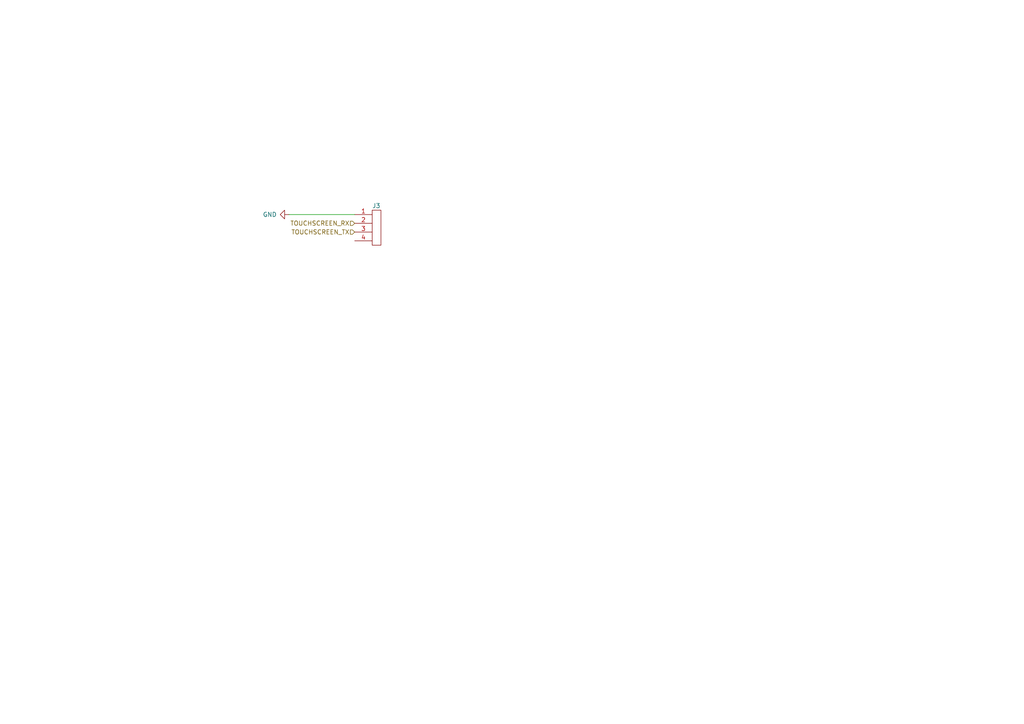
<source format=kicad_sch>
(kicad_sch (version 20211123) (generator eeschema)
  (paper "A4")
  (lib_symbols
    (symbol "Connector_Generic:Conn_01x04" (pin_names (offset 1.016) hide)
      (property "Reference" "J3" (at 0 11.43 0))
      (symbol "Conn_01x04_1_1"
        (rectangle (start 0 10.16) (end 2.54 0))
        (pin passive line (at -5.08 8.89 0) (length 5.08) (name "Pin_1") (number "1"))
        (pin passive line (at -5.08 6.35 0) (length 5.08) (name "Pin_2") (number "2"))
        (pin passive line (at -5.08 3.81 0) (length 5.08) (name "Pin_3") (number "3"))
        (pin passive line (at -5.08 1.27 0) (length 5.08) (name "Pin_4") (number "4"))
      )
    )
    (symbol "power:GND" (power) (pin_names (offset 0))
      (property "Value" "GND" (at 0 -3.81 0))
      (symbol "GND_0_1"
        (polyline (pts (xy 0 0) (xy 0 -1.27) (xy 1.27 -1.27) (xy 0 -2.54) (xy -1.27 -1.27) (xy 0 -1.27)))
      )
      (symbol "GND_1_1"
        (pin power_in line (at 0 0 270) (length 0) hide (name "GND") (number "1"))
      )
    )
  )
  (wire (pts (xy 83.82 62.23) (xy 102.87 62.23)))
  (hierarchical_label "TOUCHSCREEN_TX" (shape input) (at 102.87 67.31 180))
  (hierarchical_label "TOUCHSCREEN_RX" (shape input) (at 102.87 64.77 180))
  (symbol (lib_id "power:GND") (at 83.82 62.23 270) (unit 1)
    (property "Reference" "#PWR0170" (effects hide))
    (property "Value" "GND" (at 76.2 62.23 90) (effects (justify left)))
  )
  (symbol (lib_id "Connector_Generic:Conn_01x04") (at 107.95 71.12 0) (unit 1)
    (property "Reference" "J3" (at 107.95 59.69 0) (effects (justify left)))
    (property "Value" "Conn_01x04" (effects hide))
    (property "Footprint" "Connector_JST:JST_PH_B4B-PH-K_1x04_P2.00mm_Vertical" (effects hide))
  )
)
</source>
